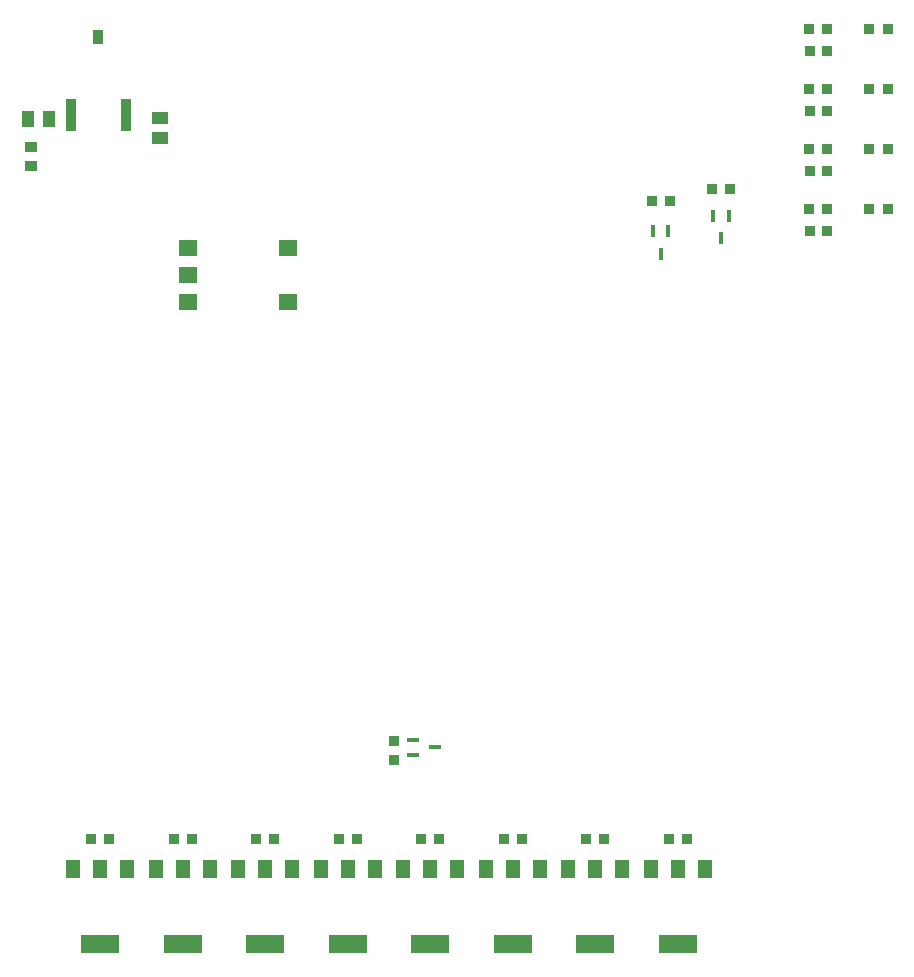
<source format=gtp>
G04*
G04 #@! TF.GenerationSoftware,Altium Limited,Altium Designer,21.6.4 (81)*
G04*
G04 Layer_Color=8421504*
%FSLAX25Y25*%
%MOIN*%
G70*
G04*
G04 #@! TF.SameCoordinates,954FB955-D8E7-4683-B3BB-D37EB7A61878*
G04*
G04*
G04 #@! TF.FilePolarity,Positive*
G04*
G01*
G75*
%ADD16R,0.03661X0.03425*%
%ADD17R,0.04400X0.01800*%
%ADD18R,0.03425X0.03661*%
%ADD19R,0.04724X0.06299*%
%ADD20R,0.12992X0.06299*%
%ADD21R,0.04331X0.05433*%
%ADD22R,0.03898X0.03661*%
%ADD23R,0.06299X0.05512*%
%ADD24R,0.05433X0.04331*%
%ADD25R,0.03347X0.05158*%
%ADD26R,0.03819X0.11142*%
%ADD27R,0.01800X0.04400*%
%ADD28R,0.03543X0.03819*%
%ADD29R,0.03740X0.03661*%
D16*
X286000Y111429D02*
D03*
Y117571D02*
D03*
D17*
X299800Y115500D02*
D03*
X292200Y112900D02*
D03*
Y118100D02*
D03*
D18*
X377529Y85000D02*
D03*
X383671D02*
D03*
X350029D02*
D03*
X356171D02*
D03*
X322529D02*
D03*
X328671D02*
D03*
X295029D02*
D03*
X301171D02*
D03*
X267529D02*
D03*
X273671D02*
D03*
X240029D02*
D03*
X246171D02*
D03*
X212529D02*
D03*
X218671D02*
D03*
X185029D02*
D03*
X191171D02*
D03*
X378071Y297500D02*
D03*
X371929D02*
D03*
X450571Y355000D02*
D03*
X444429D02*
D03*
X450571Y335000D02*
D03*
X444429D02*
D03*
X450571Y315000D02*
D03*
X444429D02*
D03*
X450571Y295000D02*
D03*
X444429D02*
D03*
X398071Y301500D02*
D03*
X391929D02*
D03*
D19*
X179045Y75098D02*
D03*
X188100D02*
D03*
X197155D02*
D03*
X206545D02*
D03*
X215600D02*
D03*
X224655D02*
D03*
X234045D02*
D03*
X243100D02*
D03*
X252155D02*
D03*
X261545D02*
D03*
X270600D02*
D03*
X279655D02*
D03*
X289045D02*
D03*
X298100D02*
D03*
X307155D02*
D03*
X316545D02*
D03*
X325600D02*
D03*
X334655D02*
D03*
X344045D02*
D03*
X353100D02*
D03*
X362155D02*
D03*
X371545D02*
D03*
X380600D02*
D03*
X389655D02*
D03*
D20*
X188100Y49902D02*
D03*
X215600D02*
D03*
X243100D02*
D03*
X270600D02*
D03*
X298100D02*
D03*
X325600D02*
D03*
X353100D02*
D03*
X380600D02*
D03*
D21*
X164102Y325000D02*
D03*
X170898D02*
D03*
D22*
X165000Y315531D02*
D03*
Y309469D02*
D03*
D23*
X217465Y273000D02*
D03*
Y281858D02*
D03*
Y264142D02*
D03*
X250535D02*
D03*
Y281858D02*
D03*
D24*
X208000Y318602D02*
D03*
Y325398D02*
D03*
D25*
X187500Y352382D02*
D03*
D26*
X196516Y326201D02*
D03*
X178484D02*
D03*
D27*
X377500Y287500D02*
D03*
X372300D02*
D03*
X374900Y279900D02*
D03*
X397600Y292800D02*
D03*
X392400D02*
D03*
X395000Y285200D02*
D03*
D28*
X424508Y355000D02*
D03*
X430492D02*
D03*
X424508Y335000D02*
D03*
X430492D02*
D03*
X424508Y315000D02*
D03*
X430492D02*
D03*
X424508Y295000D02*
D03*
X430492D02*
D03*
D29*
X424594Y347500D02*
D03*
X430406D02*
D03*
X424594Y327500D02*
D03*
X430406D02*
D03*
X424594Y307500D02*
D03*
X430406D02*
D03*
X424594Y287500D02*
D03*
X430406D02*
D03*
M02*

</source>
